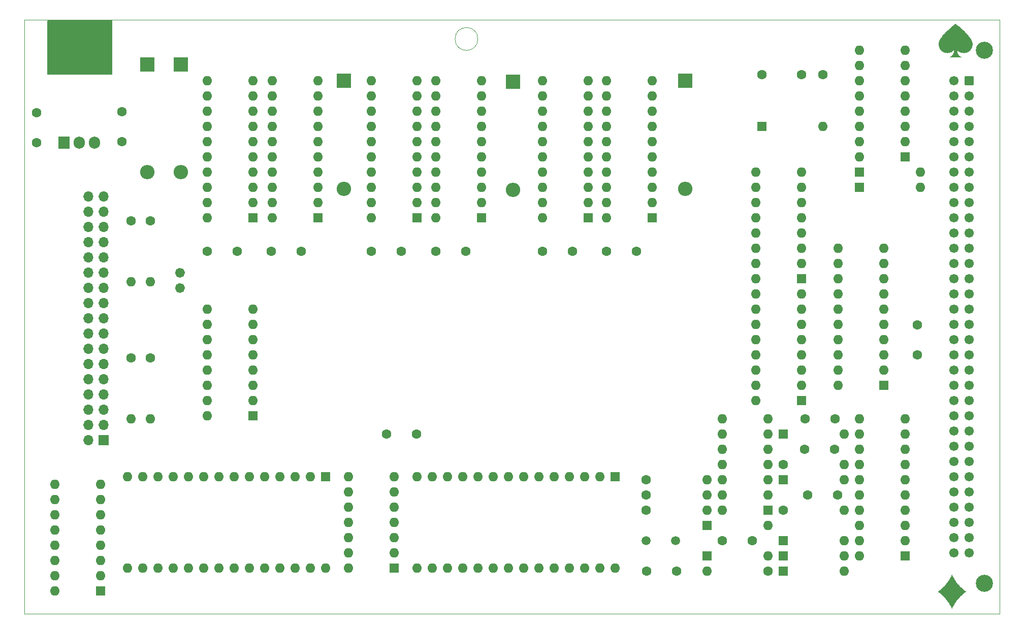
<source format=gbr>
%TF.GenerationSoftware,KiCad,Pcbnew,6.0.8-f2edbf62ab~116~ubuntu22.04.1*%
%TF.CreationDate,2022-10-02T00:14:38+02:00*%
%TF.ProjectId,ql_trump_v2_disk_interface,716c5f74-7275-46d7-905f-76325f646973,01*%
%TF.SameCoordinates,Original*%
%TF.FileFunction,Soldermask,Bot*%
%TF.FilePolarity,Negative*%
%FSLAX46Y46*%
G04 Gerber Fmt 4.6, Leading zero omitted, Abs format (unit mm)*
G04 Created by KiCad (PCBNEW 6.0.8-f2edbf62ab~116~ubuntu22.04.1) date 2022-10-02 00:14:38*
%MOMM*%
%LPD*%
G01*
G04 APERTURE LIST*
G04 Aperture macros list*
%AMRoundRect*
0 Rectangle with rounded corners*
0 $1 Rounding radius*
0 $2 $3 $4 $5 $6 $7 $8 $9 X,Y pos of 4 corners*
0 Add a 4 corners polygon primitive as box body*
4,1,4,$2,$3,$4,$5,$6,$7,$8,$9,$2,$3,0*
0 Add four circle primitives for the rounded corners*
1,1,$1+$1,$2,$3*
1,1,$1+$1,$4,$5*
1,1,$1+$1,$6,$7*
1,1,$1+$1,$8,$9*
0 Add four rect primitives between the rounded corners*
20,1,$1+$1,$2,$3,$4,$5,0*
20,1,$1+$1,$4,$5,$6,$7,0*
20,1,$1+$1,$6,$7,$8,$9,0*
20,1,$1+$1,$8,$9,$2,$3,0*%
G04 Aperture macros list end*
%ADD10C,0.812000*%
%ADD11C,0.010000*%
%TA.AperFunction,Profile*%
%ADD12C,0.050000*%
%TD*%
%ADD13O,3.500000X3.500000*%
%ADD14R,1.905000X2.000000*%
%ADD15O,1.905000X2.000000*%
%ADD16R,1.600000X1.600000*%
%ADD17O,1.600000X1.600000*%
%ADD18C,1.600000*%
%ADD19R,2.400000X2.400000*%
%ADD20O,2.400000X2.400000*%
%ADD21C,2.850000*%
%ADD22RoundRect,0.249999X-0.525001X0.525001X-0.525001X-0.525001X0.525001X-0.525001X0.525001X0.525001X0*%
%ADD23C,1.550000*%
%ADD24C,1.500000*%
%ADD25R,1.700000X1.700000*%
%ADD26O,1.700000X1.700000*%
G04 APERTURE END LIST*
D10*
X65176000Y-86487000D02*
G75*
G03*
X65176000Y-86487000I-406000J0D01*
G01*
D11*
G36*
X194235623Y-45148017D02*
G01*
X194459342Y-45332207D01*
X194689555Y-45526904D01*
X194808114Y-45629819D01*
X194929516Y-45737313D01*
X195053870Y-45849809D01*
X195180025Y-45966220D01*
X195306538Y-46085208D01*
X195431966Y-46205437D01*
X195554868Y-46325569D01*
X195673798Y-46444266D01*
X195787316Y-46560191D01*
X195893978Y-46672005D01*
X195992646Y-46778706D01*
X196083418Y-46880320D01*
X196166700Y-46977200D01*
X196242898Y-47069695D01*
X196312417Y-47158156D01*
X196375663Y-47242934D01*
X196433043Y-47324378D01*
X196484961Y-47402840D01*
X196508991Y-47441055D01*
X196531792Y-47478626D01*
X196553399Y-47515578D01*
X196573845Y-47551934D01*
X196593165Y-47587718D01*
X196611394Y-47622953D01*
X196628565Y-47657663D01*
X196644713Y-47691872D01*
X196659872Y-47725603D01*
X196674077Y-47758880D01*
X196699759Y-47824166D01*
X196722033Y-47887918D01*
X196741174Y-47950326D01*
X196757405Y-48011658D01*
X196764441Y-48042027D01*
X196770753Y-48072276D01*
X196776339Y-48102463D01*
X196781196Y-48132645D01*
X196785322Y-48162882D01*
X196788713Y-48193230D01*
X196791368Y-48223749D01*
X196793283Y-48254497D01*
X196794456Y-48285530D01*
X196794884Y-48316909D01*
X196794564Y-48348690D01*
X196793495Y-48380931D01*
X196791672Y-48413692D01*
X196789094Y-48447030D01*
X196781618Y-48515511D01*
X196770879Y-48586047D01*
X196764212Y-48621934D01*
X196756643Y-48658154D01*
X196748141Y-48694645D01*
X196738679Y-48731347D01*
X196728226Y-48768199D01*
X196716754Y-48805140D01*
X196704234Y-48842111D01*
X196690637Y-48879050D01*
X196675934Y-48915897D01*
X196660095Y-48952590D01*
X196643092Y-48989071D01*
X196624896Y-49025277D01*
X196605491Y-49061104D01*
X196584912Y-49096543D01*
X196563205Y-49131534D01*
X196540417Y-49166022D01*
X196516591Y-49199948D01*
X196491775Y-49233255D01*
X196466014Y-49265886D01*
X196439353Y-49297784D01*
X196411838Y-49328890D01*
X196383515Y-49359148D01*
X196354429Y-49388499D01*
X196324627Y-49416888D01*
X196294153Y-49444256D01*
X196263054Y-49470546D01*
X196231375Y-49495700D01*
X196199162Y-49519662D01*
X196166450Y-49542363D01*
X196133267Y-49563837D01*
X196099628Y-49584104D01*
X196065546Y-49603188D01*
X196031037Y-49621111D01*
X195996114Y-49637893D01*
X195960793Y-49653559D01*
X195925087Y-49668130D01*
X195889011Y-49681627D01*
X195852579Y-49694074D01*
X195815806Y-49705493D01*
X195778706Y-49715905D01*
X195741293Y-49725333D01*
X195703583Y-49733799D01*
X195665588Y-49741325D01*
X195627325Y-49747933D01*
X195588801Y-49753661D01*
X195550043Y-49758467D01*
X195511070Y-49762325D01*
X195471901Y-49765208D01*
X195432554Y-49767091D01*
X195393049Y-49767947D01*
X195353406Y-49767749D01*
X195313642Y-49766473D01*
X195273778Y-49764090D01*
X195233831Y-49760575D01*
X195193822Y-49755902D01*
X195153770Y-49750045D01*
X195113692Y-49742976D01*
X195073610Y-49734670D01*
X195033541Y-49725101D01*
X194993504Y-49714242D01*
X194953527Y-49702056D01*
X194913670Y-49688591D01*
X194874002Y-49673879D01*
X194834589Y-49657950D01*
X194795499Y-49640836D01*
X194756801Y-49622568D01*
X194718561Y-49603178D01*
X194680849Y-49582696D01*
X194643730Y-49561154D01*
X194607274Y-49538583D01*
X194571548Y-49515015D01*
X194536619Y-49490481D01*
X194502556Y-49465012D01*
X194469426Y-49438640D01*
X194437297Y-49411395D01*
X194406237Y-49383309D01*
X194383996Y-49362048D01*
X194362367Y-49340390D01*
X194341318Y-49318348D01*
X194320817Y-49295937D01*
X194300829Y-49273172D01*
X194281324Y-49250066D01*
X194262268Y-49226633D01*
X194243628Y-49202889D01*
X194247837Y-49288048D01*
X194252351Y-49368905D01*
X194257536Y-49446099D01*
X194263758Y-49520272D01*
X194268399Y-49566335D01*
X194273705Y-49612036D01*
X194279774Y-49657208D01*
X194286705Y-49701684D01*
X194294596Y-49745295D01*
X194303546Y-49787875D01*
X194313654Y-49829256D01*
X194325017Y-49869271D01*
X194331200Y-49888700D01*
X194337734Y-49907774D01*
X194344630Y-49926519D01*
X194351901Y-49944960D01*
X194359560Y-49963123D01*
X194367618Y-49981033D01*
X194376088Y-49998716D01*
X194384983Y-50016198D01*
X194394315Y-50033503D01*
X194404095Y-50050659D01*
X194414337Y-50067689D01*
X194425053Y-50084620D01*
X194436256Y-50101478D01*
X194447956Y-50118287D01*
X194460168Y-50135074D01*
X194472903Y-50151864D01*
X194486170Y-50168692D01*
X194499927Y-50185505D01*
X194514132Y-50202258D01*
X194528742Y-50218911D01*
X194543715Y-50235421D01*
X194559008Y-50251745D01*
X194574578Y-50267842D01*
X194590384Y-50283669D01*
X194606381Y-50299185D01*
X194622528Y-50314346D01*
X194638783Y-50329111D01*
X194655101Y-50343438D01*
X194671442Y-50357284D01*
X194687761Y-50370607D01*
X194704018Y-50383365D01*
X194720168Y-50395516D01*
X194736168Y-50407028D01*
X194751969Y-50417908D01*
X194767522Y-50428170D01*
X194782780Y-50437829D01*
X194797692Y-50446898D01*
X194812211Y-50455392D01*
X194826288Y-50463325D01*
X194839873Y-50470711D01*
X194865376Y-50483903D01*
X194888331Y-50495080D01*
X194908348Y-50504357D01*
X194925037Y-50511849D01*
X194937600Y-50517689D01*
X194941602Y-50520046D01*
X194943615Y-50522059D01*
X194943764Y-50522945D01*
X194943283Y-50523753D01*
X194940253Y-50525151D01*
X194934173Y-50526276D01*
X194924689Y-50527154D01*
X194894093Y-50528258D01*
X194845637Y-50528655D01*
X194683838Y-50528084D01*
X194015142Y-50525277D01*
X193346439Y-50528084D01*
X193253788Y-50528533D01*
X193216457Y-50528647D01*
X193184650Y-50528655D01*
X193158014Y-50528533D01*
X193136196Y-50528258D01*
X193118843Y-50527806D01*
X193111730Y-50527507D01*
X193105601Y-50527154D01*
X193100411Y-50526745D01*
X193096116Y-50526276D01*
X193092672Y-50525746D01*
X193090035Y-50525151D01*
X193088161Y-50524487D01*
X193087496Y-50524129D01*
X193087005Y-50523753D01*
X193086683Y-50523358D01*
X193086524Y-50522945D01*
X193086522Y-50522512D01*
X193086673Y-50522059D01*
X193086969Y-50521587D01*
X193087407Y-50521094D01*
X193088684Y-50520046D01*
X193090458Y-50518912D01*
X193092686Y-50517689D01*
X193098325Y-50514964D01*
X193105247Y-50511849D01*
X193141948Y-50495080D01*
X193164901Y-50483903D01*
X193190402Y-50470711D01*
X193218063Y-50455392D01*
X193247495Y-50437829D01*
X193262753Y-50428170D01*
X193278307Y-50417908D01*
X193294110Y-50407028D01*
X193310111Y-50395516D01*
X193326262Y-50383365D01*
X193342520Y-50370607D01*
X193358840Y-50357284D01*
X193375182Y-50343438D01*
X193391501Y-50329111D01*
X193407756Y-50314346D01*
X193439901Y-50283669D01*
X193471276Y-50251745D01*
X193486568Y-50235421D01*
X193501540Y-50218911D01*
X193516148Y-50202258D01*
X193530351Y-50185505D01*
X193544105Y-50168692D01*
X193557368Y-50151864D01*
X193570105Y-50135074D01*
X193582319Y-50118287D01*
X193594022Y-50101478D01*
X193605226Y-50084620D01*
X193615943Y-50067689D01*
X193626187Y-50050659D01*
X193635969Y-50033503D01*
X193645301Y-50016198D01*
X193654196Y-49998716D01*
X193662667Y-49981033D01*
X193670726Y-49963123D01*
X193678385Y-49944960D01*
X193685656Y-49926519D01*
X193692552Y-49907774D01*
X193699085Y-49888700D01*
X193705268Y-49869271D01*
X193716632Y-49829256D01*
X193726739Y-49787875D01*
X193735690Y-49745295D01*
X193743581Y-49701684D01*
X193750512Y-49657208D01*
X193756581Y-49612036D01*
X193761886Y-49566335D01*
X193766525Y-49520272D01*
X193772743Y-49446099D01*
X193777922Y-49368905D01*
X193782434Y-49288048D01*
X193786654Y-49202889D01*
X193768009Y-49226598D01*
X193748946Y-49250014D01*
X193729435Y-49273118D01*
X193709442Y-49295891D01*
X193688935Y-49318316D01*
X193667881Y-49340373D01*
X193646248Y-49362043D01*
X193624004Y-49383309D01*
X193592941Y-49411395D01*
X193560810Y-49438640D01*
X193527677Y-49465012D01*
X193493611Y-49490481D01*
X193458679Y-49515015D01*
X193422949Y-49538583D01*
X193386489Y-49561154D01*
X193349367Y-49582696D01*
X193311651Y-49603178D01*
X193273408Y-49622568D01*
X193234707Y-49640836D01*
X193195615Y-49657950D01*
X193156200Y-49673879D01*
X193116530Y-49688591D01*
X193076672Y-49702056D01*
X193036696Y-49714242D01*
X192986643Y-49727600D01*
X192936547Y-49738959D01*
X192886445Y-49748370D01*
X192836374Y-49755883D01*
X192786372Y-49761548D01*
X192736476Y-49765414D01*
X192686723Y-49767532D01*
X192637151Y-49767953D01*
X192607511Y-49767428D01*
X192577959Y-49766318D01*
X192548504Y-49764633D01*
X192519151Y-49762383D01*
X192489910Y-49759578D01*
X192460786Y-49756228D01*
X192431788Y-49752343D01*
X192402923Y-49747933D01*
X192364657Y-49741325D01*
X192326659Y-49733799D01*
X192288945Y-49725333D01*
X192251527Y-49715905D01*
X192214423Y-49705493D01*
X192177645Y-49694074D01*
X192141208Y-49681627D01*
X192105127Y-49668130D01*
X192069417Y-49653559D01*
X192034092Y-49637893D01*
X191999166Y-49621111D01*
X191964655Y-49603188D01*
X191930572Y-49584104D01*
X191896933Y-49563837D01*
X191863752Y-49542363D01*
X191831043Y-49519662D01*
X191798827Y-49495700D01*
X191767146Y-49470546D01*
X191736045Y-49444256D01*
X191705569Y-49416888D01*
X191675765Y-49388499D01*
X191646678Y-49359148D01*
X191618354Y-49328890D01*
X191590838Y-49297784D01*
X191564177Y-49265886D01*
X191538415Y-49233255D01*
X191513599Y-49199948D01*
X191489775Y-49166022D01*
X191466987Y-49131534D01*
X191445282Y-49096543D01*
X191424705Y-49061104D01*
X191405302Y-49025277D01*
X191387107Y-48989071D01*
X191370105Y-48952590D01*
X191354267Y-48915897D01*
X191339563Y-48879050D01*
X191325965Y-48842111D01*
X191313443Y-48805140D01*
X191301970Y-48768199D01*
X191291517Y-48731347D01*
X191282053Y-48694645D01*
X191273551Y-48658154D01*
X191265982Y-48621934D01*
X191259316Y-48586047D01*
X191248580Y-48515511D01*
X191241113Y-48447030D01*
X191238537Y-48413692D01*
X191236718Y-48380931D01*
X191235653Y-48348690D01*
X191235338Y-48316909D01*
X191235772Y-48285530D01*
X191236950Y-48254497D01*
X191238871Y-48223749D01*
X191241531Y-48193230D01*
X191244927Y-48162882D01*
X191249057Y-48132645D01*
X191253917Y-48102463D01*
X191259504Y-48072276D01*
X191265817Y-48042027D01*
X191272851Y-48011658D01*
X191289072Y-47950326D01*
X191308208Y-47887918D01*
X191330474Y-47824166D01*
X191356147Y-47758880D01*
X191385501Y-47691872D01*
X191418812Y-47622953D01*
X191456355Y-47551934D01*
X191498406Y-47478626D01*
X191545240Y-47402840D01*
X191597153Y-47324378D01*
X191654529Y-47242934D01*
X191717773Y-47158156D01*
X191787291Y-47069695D01*
X191863488Y-46977200D01*
X191946770Y-46880320D01*
X192037542Y-46778706D01*
X192136211Y-46672005D01*
X192242875Y-46560191D01*
X192356399Y-46444266D01*
X192475339Y-46325569D01*
X192598251Y-46205437D01*
X192723689Y-46085208D01*
X192850209Y-45966220D01*
X192976367Y-45849809D01*
X193100718Y-45737313D01*
X193222126Y-45629819D01*
X193340692Y-45526904D01*
X193456822Y-45427917D01*
X193570921Y-45332207D01*
X193794653Y-45148017D01*
X194015134Y-44969125D01*
X194015149Y-44969125D01*
X194235623Y-45148017D01*
G37*
X194235623Y-45148017D02*
X194459342Y-45332207D01*
X194689555Y-45526904D01*
X194808114Y-45629819D01*
X194929516Y-45737313D01*
X195053870Y-45849809D01*
X195180025Y-45966220D01*
X195306538Y-46085208D01*
X195431966Y-46205437D01*
X195554868Y-46325569D01*
X195673798Y-46444266D01*
X195787316Y-46560191D01*
X195893978Y-46672005D01*
X195992646Y-46778706D01*
X196083418Y-46880320D01*
X196166700Y-46977200D01*
X196242898Y-47069695D01*
X196312417Y-47158156D01*
X196375663Y-47242934D01*
X196433043Y-47324378D01*
X196484961Y-47402840D01*
X196508991Y-47441055D01*
X196531792Y-47478626D01*
X196553399Y-47515578D01*
X196573845Y-47551934D01*
X196593165Y-47587718D01*
X196611394Y-47622953D01*
X196628565Y-47657663D01*
X196644713Y-47691872D01*
X196659872Y-47725603D01*
X196674077Y-47758880D01*
X196699759Y-47824166D01*
X196722033Y-47887918D01*
X196741174Y-47950326D01*
X196757405Y-48011658D01*
X196764441Y-48042027D01*
X196770753Y-48072276D01*
X196776339Y-48102463D01*
X196781196Y-48132645D01*
X196785322Y-48162882D01*
X196788713Y-48193230D01*
X196791368Y-48223749D01*
X196793283Y-48254497D01*
X196794456Y-48285530D01*
X196794884Y-48316909D01*
X196794564Y-48348690D01*
X196793495Y-48380931D01*
X196791672Y-48413692D01*
X196789094Y-48447030D01*
X196781618Y-48515511D01*
X196770879Y-48586047D01*
X196764212Y-48621934D01*
X196756643Y-48658154D01*
X196748141Y-48694645D01*
X196738679Y-48731347D01*
X196728226Y-48768199D01*
X196716754Y-48805140D01*
X196704234Y-48842111D01*
X196690637Y-48879050D01*
X196675934Y-48915897D01*
X196660095Y-48952590D01*
X196643092Y-48989071D01*
X196624896Y-49025277D01*
X196605491Y-49061104D01*
X196584912Y-49096543D01*
X196563205Y-49131534D01*
X196540417Y-49166022D01*
X196516591Y-49199948D01*
X196491775Y-49233255D01*
X196466014Y-49265886D01*
X196439353Y-49297784D01*
X196411838Y-49328890D01*
X196383515Y-49359148D01*
X196354429Y-49388499D01*
X196324627Y-49416888D01*
X196294153Y-49444256D01*
X196263054Y-49470546D01*
X196231375Y-49495700D01*
X196199162Y-49519662D01*
X196166450Y-49542363D01*
X196133267Y-49563837D01*
X196099628Y-49584104D01*
X196065546Y-49603188D01*
X196031037Y-49621111D01*
X195996114Y-49637893D01*
X195960793Y-49653559D01*
X195925087Y-49668130D01*
X195889011Y-49681627D01*
X195852579Y-49694074D01*
X195815806Y-49705493D01*
X195778706Y-49715905D01*
X195741293Y-49725333D01*
X195703583Y-49733799D01*
X195665588Y-49741325D01*
X195627325Y-49747933D01*
X195588801Y-49753661D01*
X195550043Y-49758467D01*
X195511070Y-49762325D01*
X195471901Y-49765208D01*
X195432554Y-49767091D01*
X195393049Y-49767947D01*
X195353406Y-49767749D01*
X195313642Y-49766473D01*
X195273778Y-49764090D01*
X195233831Y-49760575D01*
X195193822Y-49755902D01*
X195153770Y-49750045D01*
X195113692Y-49742976D01*
X195073610Y-49734670D01*
X195033541Y-49725101D01*
X194993504Y-49714242D01*
X194953527Y-49702056D01*
X194913670Y-49688591D01*
X194874002Y-49673879D01*
X194834589Y-49657950D01*
X194795499Y-49640836D01*
X194756801Y-49622568D01*
X194718561Y-49603178D01*
X194680849Y-49582696D01*
X194643730Y-49561154D01*
X194607274Y-49538583D01*
X194571548Y-49515015D01*
X194536619Y-49490481D01*
X194502556Y-49465012D01*
X194469426Y-49438640D01*
X194437297Y-49411395D01*
X194406237Y-49383309D01*
X194383996Y-49362048D01*
X194362367Y-49340390D01*
X194341318Y-49318348D01*
X194320817Y-49295937D01*
X194300829Y-49273172D01*
X194281324Y-49250066D01*
X194262268Y-49226633D01*
X194243628Y-49202889D01*
X194247837Y-49288048D01*
X194252351Y-49368905D01*
X194257536Y-49446099D01*
X194263758Y-49520272D01*
X194268399Y-49566335D01*
X194273705Y-49612036D01*
X194279774Y-49657208D01*
X194286705Y-49701684D01*
X194294596Y-49745295D01*
X194303546Y-49787875D01*
X194313654Y-49829256D01*
X194325017Y-49869271D01*
X194331200Y-49888700D01*
X194337734Y-49907774D01*
X194344630Y-49926519D01*
X194351901Y-49944960D01*
X194359560Y-49963123D01*
X194367618Y-49981033D01*
X194376088Y-49998716D01*
X194384983Y-50016198D01*
X194394315Y-50033503D01*
X194404095Y-50050659D01*
X194414337Y-50067689D01*
X194425053Y-50084620D01*
X194436256Y-50101478D01*
X194447956Y-50118287D01*
X194460168Y-50135074D01*
X194472903Y-50151864D01*
X194486170Y-50168692D01*
X194499927Y-50185505D01*
X194514132Y-50202258D01*
X194528742Y-50218911D01*
X194543715Y-50235421D01*
X194559008Y-50251745D01*
X194574578Y-50267842D01*
X194590384Y-50283669D01*
X194606381Y-50299185D01*
X194622528Y-50314346D01*
X194638783Y-50329111D01*
X194655101Y-50343438D01*
X194671442Y-50357284D01*
X194687761Y-50370607D01*
X194704018Y-50383365D01*
X194720168Y-50395516D01*
X194736168Y-50407028D01*
X194751969Y-50417908D01*
X194767522Y-50428170D01*
X194782780Y-50437829D01*
X194797692Y-50446898D01*
X194812211Y-50455392D01*
X194826288Y-50463325D01*
X194839873Y-50470711D01*
X194865376Y-50483903D01*
X194888331Y-50495080D01*
X194908348Y-50504357D01*
X194925037Y-50511849D01*
X194937600Y-50517689D01*
X194941602Y-50520046D01*
X194943615Y-50522059D01*
X194943764Y-50522945D01*
X194943283Y-50523753D01*
X194940253Y-50525151D01*
X194934173Y-50526276D01*
X194924689Y-50527154D01*
X194894093Y-50528258D01*
X194845637Y-50528655D01*
X194683838Y-50528084D01*
X194015142Y-50525277D01*
X193346439Y-50528084D01*
X193253788Y-50528533D01*
X193216457Y-50528647D01*
X193184650Y-50528655D01*
X193158014Y-50528533D01*
X193136196Y-50528258D01*
X193118843Y-50527806D01*
X193111730Y-50527507D01*
X193105601Y-50527154D01*
X193100411Y-50526745D01*
X193096116Y-50526276D01*
X193092672Y-50525746D01*
X193090035Y-50525151D01*
X193088161Y-50524487D01*
X193087496Y-50524129D01*
X193087005Y-50523753D01*
X193086683Y-50523358D01*
X193086524Y-50522945D01*
X193086522Y-50522512D01*
X193086673Y-50522059D01*
X193086969Y-50521587D01*
X193087407Y-50521094D01*
X193088684Y-50520046D01*
X193090458Y-50518912D01*
X193092686Y-50517689D01*
X193098325Y-50514964D01*
X193105247Y-50511849D01*
X193141948Y-50495080D01*
X193164901Y-50483903D01*
X193190402Y-50470711D01*
X193218063Y-50455392D01*
X193247495Y-50437829D01*
X193262753Y-50428170D01*
X193278307Y-50417908D01*
X193294110Y-50407028D01*
X193310111Y-50395516D01*
X193326262Y-50383365D01*
X193342520Y-50370607D01*
X193358840Y-50357284D01*
X193375182Y-50343438D01*
X193391501Y-50329111D01*
X193407756Y-50314346D01*
X193439901Y-50283669D01*
X193471276Y-50251745D01*
X193486568Y-50235421D01*
X193501540Y-50218911D01*
X193516148Y-50202258D01*
X193530351Y-50185505D01*
X193544105Y-50168692D01*
X193557368Y-50151864D01*
X193570105Y-50135074D01*
X193582319Y-50118287D01*
X193594022Y-50101478D01*
X193605226Y-50084620D01*
X193615943Y-50067689D01*
X193626187Y-50050659D01*
X193635969Y-50033503D01*
X193645301Y-50016198D01*
X193654196Y-49998716D01*
X193662667Y-49981033D01*
X193670726Y-49963123D01*
X193678385Y-49944960D01*
X193685656Y-49926519D01*
X193692552Y-49907774D01*
X193699085Y-49888700D01*
X193705268Y-49869271D01*
X193716632Y-49829256D01*
X193726739Y-49787875D01*
X193735690Y-49745295D01*
X193743581Y-49701684D01*
X193750512Y-49657208D01*
X193756581Y-49612036D01*
X193761886Y-49566335D01*
X193766525Y-49520272D01*
X193772743Y-49446099D01*
X193777922Y-49368905D01*
X193782434Y-49288048D01*
X193786654Y-49202889D01*
X193768009Y-49226598D01*
X193748946Y-49250014D01*
X193729435Y-49273118D01*
X193709442Y-49295891D01*
X193688935Y-49318316D01*
X193667881Y-49340373D01*
X193646248Y-49362043D01*
X193624004Y-49383309D01*
X193592941Y-49411395D01*
X193560810Y-49438640D01*
X193527677Y-49465012D01*
X193493611Y-49490481D01*
X193458679Y-49515015D01*
X193422949Y-49538583D01*
X193386489Y-49561154D01*
X193349367Y-49582696D01*
X193311651Y-49603178D01*
X193273408Y-49622568D01*
X193234707Y-49640836D01*
X193195615Y-49657950D01*
X193156200Y-49673879D01*
X193116530Y-49688591D01*
X193076672Y-49702056D01*
X193036696Y-49714242D01*
X192986643Y-49727600D01*
X192936547Y-49738959D01*
X192886445Y-49748370D01*
X192836374Y-49755883D01*
X192786372Y-49761548D01*
X192736476Y-49765414D01*
X192686723Y-49767532D01*
X192637151Y-49767953D01*
X192607511Y-49767428D01*
X192577959Y-49766318D01*
X192548504Y-49764633D01*
X192519151Y-49762383D01*
X192489910Y-49759578D01*
X192460786Y-49756228D01*
X192431788Y-49752343D01*
X192402923Y-49747933D01*
X192364657Y-49741325D01*
X192326659Y-49733799D01*
X192288945Y-49725333D01*
X192251527Y-49715905D01*
X192214423Y-49705493D01*
X192177645Y-49694074D01*
X192141208Y-49681627D01*
X192105127Y-49668130D01*
X192069417Y-49653559D01*
X192034092Y-49637893D01*
X191999166Y-49621111D01*
X191964655Y-49603188D01*
X191930572Y-49584104D01*
X191896933Y-49563837D01*
X191863752Y-49542363D01*
X191831043Y-49519662D01*
X191798827Y-49495700D01*
X191767146Y-49470546D01*
X191736045Y-49444256D01*
X191705569Y-49416888D01*
X191675765Y-49388499D01*
X191646678Y-49359148D01*
X191618354Y-49328890D01*
X191590838Y-49297784D01*
X191564177Y-49265886D01*
X191538415Y-49233255D01*
X191513599Y-49199948D01*
X191489775Y-49166022D01*
X191466987Y-49131534D01*
X191445282Y-49096543D01*
X191424705Y-49061104D01*
X191405302Y-49025277D01*
X191387107Y-48989071D01*
X191370105Y-48952590D01*
X191354267Y-48915897D01*
X191339563Y-48879050D01*
X191325965Y-48842111D01*
X191313443Y-48805140D01*
X191301970Y-48768199D01*
X191291517Y-48731347D01*
X191282053Y-48694645D01*
X191273551Y-48658154D01*
X191265982Y-48621934D01*
X191259316Y-48586047D01*
X191248580Y-48515511D01*
X191241113Y-48447030D01*
X191238537Y-48413692D01*
X191236718Y-48380931D01*
X191235653Y-48348690D01*
X191235338Y-48316909D01*
X191235772Y-48285530D01*
X191236950Y-48254497D01*
X191238871Y-48223749D01*
X191241531Y-48193230D01*
X191244927Y-48162882D01*
X191249057Y-48132645D01*
X191253917Y-48102463D01*
X191259504Y-48072276D01*
X191265817Y-48042027D01*
X191272851Y-48011658D01*
X191289072Y-47950326D01*
X191308208Y-47887918D01*
X191330474Y-47824166D01*
X191356147Y-47758880D01*
X191385501Y-47691872D01*
X191418812Y-47622953D01*
X191456355Y-47551934D01*
X191498406Y-47478626D01*
X191545240Y-47402840D01*
X191597153Y-47324378D01*
X191654529Y-47242934D01*
X191717773Y-47158156D01*
X191787291Y-47069695D01*
X191863488Y-46977200D01*
X191946770Y-46880320D01*
X192037542Y-46778706D01*
X192136211Y-46672005D01*
X192242875Y-46560191D01*
X192356399Y-46444266D01*
X192475339Y-46325569D01*
X192598251Y-46205437D01*
X192723689Y-46085208D01*
X192850209Y-45966220D01*
X192976367Y-45849809D01*
X193100718Y-45737313D01*
X193222126Y-45629819D01*
X193340692Y-45526904D01*
X193456822Y-45427917D01*
X193570921Y-45332207D01*
X193794653Y-45148017D01*
X194015134Y-44969125D01*
X194015149Y-44969125D01*
X194235623Y-45148017D01*
G36*
X193419488Y-136886341D02*
G01*
X193419691Y-136886585D01*
X193419894Y-136886838D01*
X193420096Y-136887098D01*
X193420502Y-136887634D01*
X193420908Y-136888182D01*
X193423235Y-136895511D01*
X193426414Y-136903902D01*
X193430498Y-136913557D01*
X193435540Y-136924681D01*
X193448711Y-136952143D01*
X193466355Y-136987913D01*
X193518098Y-137091297D01*
X193589783Y-137229689D01*
X193632854Y-137309863D01*
X193680609Y-137396210D01*
X193732949Y-137487869D01*
X193789774Y-137583982D01*
X193851011Y-137683727D01*
X193916683Y-137786667D01*
X193986831Y-137892378D01*
X194061495Y-138000441D01*
X194140718Y-138110431D01*
X194224539Y-138221928D01*
X194312999Y-138334509D01*
X194406141Y-138447752D01*
X194503744Y-138561094D01*
X194604575Y-138673429D01*
X194707152Y-138783522D01*
X194809995Y-138890135D01*
X194911623Y-138992033D01*
X195010554Y-139087980D01*
X195105308Y-139176741D01*
X195194403Y-139257078D01*
X195236386Y-139293717D01*
X195276576Y-139328016D01*
X195314973Y-139360056D01*
X195351577Y-139389915D01*
X195386391Y-139417672D01*
X195419414Y-139443406D01*
X195480093Y-139489119D01*
X195533619Y-139527684D01*
X195580000Y-139559734D01*
X195619242Y-139585899D01*
X195651351Y-139606810D01*
X195672099Y-139620109D01*
X195681132Y-139625759D01*
X195689463Y-139630812D01*
X195697237Y-139635321D01*
X195704598Y-139639339D01*
X195711690Y-139642920D01*
X195715180Y-139644563D01*
X195718657Y-139646116D01*
X195711691Y-139649277D01*
X195704599Y-139652841D01*
X195697239Y-139656858D01*
X195689465Y-139661375D01*
X195681133Y-139666441D01*
X195672100Y-139672106D01*
X195651351Y-139685423D01*
X195580001Y-139732483D01*
X195533620Y-139764522D01*
X195480093Y-139803083D01*
X195419415Y-139848803D01*
X195351578Y-139902317D01*
X195276576Y-139964263D01*
X195194403Y-140035276D01*
X195105308Y-140115609D01*
X195010554Y-140204355D01*
X194911623Y-140300283D01*
X194809995Y-140402159D01*
X194707152Y-140508749D01*
X194604575Y-140618822D01*
X194503744Y-140731143D01*
X194406141Y-140844480D01*
X194312999Y-140957759D01*
X194224538Y-141070356D01*
X194140717Y-141181855D01*
X194061495Y-141291838D01*
X193986830Y-141399886D01*
X193916683Y-141505583D01*
X193851011Y-141608510D01*
X193789774Y-141708250D01*
X193732949Y-141804363D01*
X193680609Y-141896023D01*
X193632854Y-141982370D01*
X193589783Y-142062544D01*
X193551498Y-142135686D01*
X193518098Y-142200935D01*
X193466355Y-142304319D01*
X193448713Y-142340038D01*
X193441594Y-142354704D01*
X193435540Y-142367506D01*
X193430497Y-142378643D01*
X193426412Y-142388313D01*
X193424713Y-142392661D01*
X193423234Y-142396716D01*
X193421967Y-142400505D01*
X193420908Y-142404051D01*
X193419285Y-142406126D01*
X193417662Y-142404051D01*
X193415326Y-142396716D01*
X193412143Y-142388313D01*
X193408060Y-142378643D01*
X193403019Y-142367506D01*
X193389846Y-142340038D01*
X193372180Y-142304319D01*
X193320436Y-142200935D01*
X193248751Y-142062544D01*
X193205681Y-141982370D01*
X193157926Y-141896023D01*
X193105586Y-141804363D01*
X193048762Y-141708250D01*
X192987526Y-141608510D01*
X192921858Y-141505583D01*
X192851715Y-141399886D01*
X192777057Y-141291838D01*
X192697840Y-141181855D01*
X192614024Y-141070356D01*
X192525567Y-140957759D01*
X192432427Y-140844480D01*
X192334813Y-140731143D01*
X192233975Y-140618822D01*
X192131393Y-140508749D01*
X192028549Y-140402159D01*
X191926923Y-140300283D01*
X191827996Y-140204355D01*
X191733250Y-140115609D01*
X191644165Y-140035276D01*
X191602176Y-139998596D01*
X191561982Y-139964263D01*
X191523583Y-139932196D01*
X191486976Y-139902317D01*
X191452161Y-139874546D01*
X191419138Y-139848803D01*
X191358459Y-139803083D01*
X191304933Y-139764522D01*
X191258550Y-139732483D01*
X191219303Y-139706329D01*
X191187184Y-139685423D01*
X191166439Y-139672106D01*
X191157409Y-139666441D01*
X191149080Y-139661375D01*
X191141308Y-139656858D01*
X191133948Y-139652841D01*
X191130376Y-139651006D01*
X191126853Y-139649277D01*
X191123359Y-139647649D01*
X191119878Y-139646116D01*
X191126854Y-139642920D01*
X191133950Y-139639339D01*
X191141311Y-139635321D01*
X191149083Y-139630812D01*
X191157411Y-139625759D01*
X191166440Y-139620109D01*
X191187184Y-139606810D01*
X191258550Y-139559734D01*
X191304933Y-139527684D01*
X191358460Y-139489119D01*
X191419138Y-139443406D01*
X191486977Y-139389915D01*
X191561983Y-139328016D01*
X191644165Y-139257078D01*
X191733250Y-139176741D01*
X191827996Y-139087980D01*
X191926923Y-138992033D01*
X192028549Y-138890135D01*
X192131393Y-138783522D01*
X192233975Y-138673429D01*
X192334813Y-138561094D01*
X192432427Y-138447752D01*
X192525567Y-138334509D01*
X192614024Y-138221928D01*
X192697840Y-138110431D01*
X192777056Y-138000441D01*
X192851715Y-137892378D01*
X192921858Y-137786667D01*
X192987526Y-137683727D01*
X193048762Y-137583982D01*
X193105586Y-137487869D01*
X193157926Y-137396210D01*
X193205681Y-137309863D01*
X193248751Y-137229689D01*
X193287036Y-137156547D01*
X193320436Y-137091297D01*
X193372180Y-136987913D01*
X193389850Y-136952143D01*
X193396972Y-136937475D01*
X193403026Y-136924681D01*
X193408066Y-136913557D01*
X193412149Y-136903902D01*
X193413849Y-136899561D01*
X193415329Y-136895511D01*
X193416598Y-136891726D01*
X193417662Y-136888182D01*
X193418068Y-136887634D01*
X193418473Y-136887098D01*
X193418676Y-136886838D01*
X193418879Y-136886585D01*
X193419082Y-136886341D01*
X193419285Y-136886106D01*
X193419488Y-136886341D01*
G37*
X193419488Y-136886341D02*
X193419691Y-136886585D01*
X193419894Y-136886838D01*
X193420096Y-136887098D01*
X193420502Y-136887634D01*
X193420908Y-136888182D01*
X193423235Y-136895511D01*
X193426414Y-136903902D01*
X193430498Y-136913557D01*
X193435540Y-136924681D01*
X193448711Y-136952143D01*
X193466355Y-136987913D01*
X193518098Y-137091297D01*
X193589783Y-137229689D01*
X193632854Y-137309863D01*
X193680609Y-137396210D01*
X193732949Y-137487869D01*
X193789774Y-137583982D01*
X193851011Y-137683727D01*
X193916683Y-137786667D01*
X193986831Y-137892378D01*
X194061495Y-138000441D01*
X194140718Y-138110431D01*
X194224539Y-138221928D01*
X194312999Y-138334509D01*
X194406141Y-138447752D01*
X194503744Y-138561094D01*
X194604575Y-138673429D01*
X194707152Y-138783522D01*
X194809995Y-138890135D01*
X194911623Y-138992033D01*
X195010554Y-139087980D01*
X195105308Y-139176741D01*
X195194403Y-139257078D01*
X195236386Y-139293717D01*
X195276576Y-139328016D01*
X195314973Y-139360056D01*
X195351577Y-139389915D01*
X195386391Y-139417672D01*
X195419414Y-139443406D01*
X195480093Y-139489119D01*
X195533619Y-139527684D01*
X195580000Y-139559734D01*
X195619242Y-139585899D01*
X195651351Y-139606810D01*
X195672099Y-139620109D01*
X195681132Y-139625759D01*
X195689463Y-139630812D01*
X195697237Y-139635321D01*
X195704598Y-139639339D01*
X195711690Y-139642920D01*
X195715180Y-139644563D01*
X195718657Y-139646116D01*
X195711691Y-139649277D01*
X195704599Y-139652841D01*
X195697239Y-139656858D01*
X195689465Y-139661375D01*
X195681133Y-139666441D01*
X195672100Y-139672106D01*
X195651351Y-139685423D01*
X195580001Y-139732483D01*
X195533620Y-139764522D01*
X195480093Y-139803083D01*
X195419415Y-139848803D01*
X195351578Y-139902317D01*
X195276576Y-139964263D01*
X195194403Y-140035276D01*
X195105308Y-140115609D01*
X195010554Y-140204355D01*
X194911623Y-140300283D01*
X194809995Y-140402159D01*
X194707152Y-140508749D01*
X194604575Y-140618822D01*
X194503744Y-140731143D01*
X194406141Y-140844480D01*
X194312999Y-140957759D01*
X194224538Y-141070356D01*
X194140717Y-141181855D01*
X194061495Y-141291838D01*
X193986830Y-141399886D01*
X193916683Y-141505583D01*
X193851011Y-141608510D01*
X193789774Y-141708250D01*
X193732949Y-141804363D01*
X193680609Y-141896023D01*
X193632854Y-141982370D01*
X193589783Y-142062544D01*
X193551498Y-142135686D01*
X193518098Y-142200935D01*
X193466355Y-142304319D01*
X193448713Y-142340038D01*
X193441594Y-142354704D01*
X193435540Y-142367506D01*
X193430497Y-142378643D01*
X193426412Y-142388313D01*
X193424713Y-142392661D01*
X193423234Y-142396716D01*
X193421967Y-142400505D01*
X193420908Y-142404051D01*
X193419285Y-142406126D01*
X193417662Y-142404051D01*
X193415326Y-142396716D01*
X193412143Y-142388313D01*
X193408060Y-142378643D01*
X193403019Y-142367506D01*
X193389846Y-142340038D01*
X193372180Y-142304319D01*
X193320436Y-142200935D01*
X193248751Y-142062544D01*
X193205681Y-141982370D01*
X193157926Y-141896023D01*
X193105586Y-141804363D01*
X193048762Y-141708250D01*
X192987526Y-141608510D01*
X192921858Y-141505583D01*
X192851715Y-141399886D01*
X192777057Y-141291838D01*
X192697840Y-141181855D01*
X192614024Y-141070356D01*
X192525567Y-140957759D01*
X192432427Y-140844480D01*
X192334813Y-140731143D01*
X192233975Y-140618822D01*
X192131393Y-140508749D01*
X192028549Y-140402159D01*
X191926923Y-140300283D01*
X191827996Y-140204355D01*
X191733250Y-140115609D01*
X191644165Y-140035276D01*
X191602176Y-139998596D01*
X191561982Y-139964263D01*
X191523583Y-139932196D01*
X191486976Y-139902317D01*
X191452161Y-139874546D01*
X191419138Y-139848803D01*
X191358459Y-139803083D01*
X191304933Y-139764522D01*
X191258550Y-139732483D01*
X191219303Y-139706329D01*
X191187184Y-139685423D01*
X191166439Y-139672106D01*
X191157409Y-139666441D01*
X191149080Y-139661375D01*
X191141308Y-139656858D01*
X191133948Y-139652841D01*
X191130376Y-139651006D01*
X191126853Y-139649277D01*
X191123359Y-139647649D01*
X191119878Y-139646116D01*
X191126854Y-139642920D01*
X191133950Y-139639339D01*
X191141311Y-139635321D01*
X191149083Y-139630812D01*
X191157411Y-139625759D01*
X191166440Y-139620109D01*
X191187184Y-139606810D01*
X191258550Y-139559734D01*
X191304933Y-139527684D01*
X191358460Y-139489119D01*
X191419138Y-139443406D01*
X191486977Y-139389915D01*
X191561983Y-139328016D01*
X191644165Y-139257078D01*
X191733250Y-139176741D01*
X191827996Y-139087980D01*
X191926923Y-138992033D01*
X192028549Y-138890135D01*
X192131393Y-138783522D01*
X192233975Y-138673429D01*
X192334813Y-138561094D01*
X192432427Y-138447752D01*
X192525567Y-138334509D01*
X192614024Y-138221928D01*
X192697840Y-138110431D01*
X192777056Y-138000441D01*
X192851715Y-137892378D01*
X192921858Y-137786667D01*
X192987526Y-137683727D01*
X193048762Y-137583982D01*
X193105586Y-137487869D01*
X193157926Y-137396210D01*
X193205681Y-137309863D01*
X193248751Y-137229689D01*
X193287036Y-137156547D01*
X193320436Y-137091297D01*
X193372180Y-136987913D01*
X193389850Y-136952143D01*
X193396972Y-136937475D01*
X193403026Y-136924681D01*
X193408066Y-136913557D01*
X193412149Y-136903902D01*
X193413849Y-136899561D01*
X193415329Y-136895511D01*
X193416598Y-136891726D01*
X193417662Y-136888182D01*
X193418068Y-136887634D01*
X193418473Y-136887098D01*
X193418676Y-136886838D01*
X193418879Y-136886585D01*
X193419082Y-136886341D01*
X193419285Y-136886106D01*
X193419488Y-136886341D01*
D10*
X65176000Y-89027000D02*
G75*
G03*
X65176000Y-89027000I-406000J0D01*
G01*
D12*
X201422000Y-44323000D02*
X38862000Y-44323000D01*
X201422000Y-143383000D02*
X201422000Y-44323000D01*
X38862000Y-44323000D02*
X38862000Y-143344900D01*
X114427000Y-47498000D02*
G75*
G03*
X114427000Y-47498000I-1905000J0D01*
G01*
X38862000Y-143344900D02*
X201422000Y-143383000D01*
D13*
%TO.C,U18*%
X48006000Y-48133000D03*
D14*
X45466000Y-64793000D03*
D15*
X48006000Y-64793000D03*
X50546000Y-64793000D03*
%TD*%
D16*
%TO.C,U6*%
X168402000Y-87503000D03*
D17*
X168402000Y-84963000D03*
X168402000Y-82423000D03*
X168402000Y-79883000D03*
X168402000Y-77343000D03*
X168402000Y-74803000D03*
X168402000Y-72263000D03*
X168402000Y-69723000D03*
X160782000Y-69723000D03*
X160782000Y-72263000D03*
X160782000Y-74803000D03*
X160782000Y-77343000D03*
X160782000Y-79883000D03*
X160782000Y-82423000D03*
X160782000Y-84963000D03*
X160782000Y-87503000D03*
%TD*%
D18*
%TO.C,C3*%
X173910000Y-115951000D03*
X168910000Y-115951000D03*
%TD*%
%TO.C,C15*%
X40894000Y-59793000D03*
X40894000Y-64793000D03*
%TD*%
D19*
%TO.C,C25*%
X148982500Y-54483000D03*
D20*
X148982500Y-72483000D03*
%TD*%
D16*
%TO.C,U10*%
X104257000Y-77338000D03*
D17*
X104257000Y-74798000D03*
X104257000Y-72258000D03*
X104257000Y-69718000D03*
X104257000Y-67178000D03*
X104257000Y-64638000D03*
X104257000Y-62098000D03*
X104257000Y-59558000D03*
X104257000Y-57018000D03*
X104257000Y-54478000D03*
X96637000Y-54478000D03*
X96637000Y-57018000D03*
X96637000Y-59558000D03*
X96637000Y-62098000D03*
X96637000Y-64638000D03*
X96637000Y-67178000D03*
X96637000Y-69718000D03*
X96637000Y-72258000D03*
X96637000Y-74798000D03*
X96637000Y-77338000D03*
%TD*%
D18*
%TO.C,R4*%
X142494000Y-121031000D03*
D17*
X152654000Y-121031000D03*
%TD*%
D16*
%TO.C,U2*%
X182118000Y-105283000D03*
D17*
X182118000Y-102743000D03*
X182118000Y-100203000D03*
X182118000Y-97663000D03*
X182118000Y-95123000D03*
X182118000Y-92583000D03*
X182118000Y-90043000D03*
X182118000Y-87503000D03*
X182118000Y-84963000D03*
X182118000Y-82423000D03*
X174498000Y-82423000D03*
X174498000Y-84963000D03*
X174498000Y-87503000D03*
X174498000Y-90043000D03*
X174498000Y-92583000D03*
X174498000Y-95123000D03*
X174498000Y-97663000D03*
X174498000Y-100203000D03*
X174498000Y-102743000D03*
X174498000Y-105283000D03*
%TD*%
D16*
%TO.C,U7*%
X143510000Y-77343000D03*
D17*
X143510000Y-74803000D03*
X143510000Y-72263000D03*
X143510000Y-69723000D03*
X143510000Y-67183000D03*
X143510000Y-64643000D03*
X143510000Y-62103000D03*
X143510000Y-59563000D03*
X143510000Y-57023000D03*
X143510000Y-54483000D03*
X135890000Y-54483000D03*
X135890000Y-57023000D03*
X135890000Y-59563000D03*
X135890000Y-62103000D03*
X135890000Y-64643000D03*
X135890000Y-67183000D03*
X135890000Y-69723000D03*
X135890000Y-72263000D03*
X135890000Y-74803000D03*
X135890000Y-77343000D03*
%TD*%
D16*
%TO.C,U14*%
X137287000Y-120523000D03*
D17*
X134747000Y-120523000D03*
X132207000Y-120523000D03*
X129667000Y-120523000D03*
X127127000Y-120523000D03*
X124587000Y-120523000D03*
X122047000Y-120523000D03*
X119507000Y-120523000D03*
X116967000Y-120523000D03*
X114427000Y-120523000D03*
X111887000Y-120523000D03*
X109347000Y-120523000D03*
X106807000Y-120523000D03*
X104267000Y-120523000D03*
X104267000Y-135763000D03*
X106807000Y-135763000D03*
X109347000Y-135763000D03*
X111887000Y-135763000D03*
X114427000Y-135763000D03*
X116967000Y-135763000D03*
X119507000Y-135763000D03*
X122047000Y-135763000D03*
X124587000Y-135763000D03*
X127127000Y-135763000D03*
X129667000Y-135763000D03*
X132207000Y-135763000D03*
X134747000Y-135763000D03*
X137287000Y-135763000D03*
%TD*%
D16*
%TO.C,D8*%
X165354000Y-136271000D03*
D17*
X175514000Y-136271000D03*
%TD*%
D21*
%TO.C,J1*%
X198882000Y-138303000D03*
X198882000Y-49403000D03*
D22*
X196342000Y-54483000D03*
D23*
X196342000Y-57023000D03*
X196342000Y-59563000D03*
X196342000Y-62103000D03*
X196342000Y-64643000D03*
X196342000Y-67183000D03*
X196342000Y-69723000D03*
X196342000Y-72263000D03*
X196342000Y-74803000D03*
X196342000Y-77343000D03*
X196342000Y-79883000D03*
X196342000Y-82423000D03*
X196342000Y-84963000D03*
X196342000Y-87503000D03*
X196342000Y-90043000D03*
X196342000Y-92583000D03*
X196342000Y-95123000D03*
X196342000Y-97663000D03*
X196342000Y-100203000D03*
X196342000Y-102743000D03*
X196342000Y-105283000D03*
X196342000Y-107823000D03*
X196342000Y-110363000D03*
X196342000Y-112903000D03*
X196342000Y-115443000D03*
X196342000Y-117983000D03*
X196342000Y-120523000D03*
X196342000Y-123063000D03*
X196342000Y-125603000D03*
X196342000Y-128143000D03*
X196342000Y-130683000D03*
X196342000Y-133223000D03*
X193802000Y-54483000D03*
X193802000Y-57023000D03*
X193802000Y-59563000D03*
X193802000Y-62103000D03*
X193802000Y-64643000D03*
X193802000Y-67183000D03*
X193802000Y-69723000D03*
X193802000Y-72263000D03*
X193802000Y-74803000D03*
X193802000Y-77343000D03*
X193802000Y-79883000D03*
X193802000Y-82423000D03*
X193802000Y-84963000D03*
X193802000Y-87503000D03*
X193802000Y-90043000D03*
X193802000Y-92583000D03*
X193802000Y-95123000D03*
X193802000Y-97663000D03*
X193802000Y-100203000D03*
X193802000Y-102743000D03*
X193802000Y-105283000D03*
X193802000Y-107823000D03*
X193802000Y-110363000D03*
X193802000Y-112903000D03*
X193802000Y-115443000D03*
X193802000Y-117983000D03*
X193802000Y-120523000D03*
X193802000Y-123063000D03*
X193802000Y-125603000D03*
X193802000Y-128143000D03*
X193802000Y-130683000D03*
X193802000Y-133223000D03*
%TD*%
D24*
%TO.C,Y1*%
X142494000Y-131191000D03*
X147394000Y-131191000D03*
%TD*%
D16*
%TO.C,D10*%
X152654000Y-133731000D03*
D17*
X162814000Y-133731000D03*
%TD*%
D25*
%TO.C,J2*%
X52070000Y-114427000D03*
D26*
X49530000Y-114427000D03*
X52070000Y-111887000D03*
X49530000Y-111887000D03*
X52070000Y-109347000D03*
X49530000Y-109347000D03*
X52070000Y-106807000D03*
X49530000Y-106807000D03*
X52070000Y-104267000D03*
X49530000Y-104267000D03*
X52070000Y-101727000D03*
X49530000Y-101727000D03*
X52070000Y-99187000D03*
X49530000Y-99187000D03*
X52070000Y-96647000D03*
X49530000Y-96647000D03*
X52070000Y-94107000D03*
X49530000Y-94107000D03*
X52070000Y-91567000D03*
X49530000Y-91567000D03*
X52070000Y-89027000D03*
X49530000Y-89027000D03*
X52070000Y-86487000D03*
X49530000Y-86487000D03*
X52070000Y-83947000D03*
X49530000Y-83947000D03*
X52070000Y-81407000D03*
X49530000Y-81407000D03*
X52070000Y-78867000D03*
X49530000Y-78867000D03*
X52070000Y-76327000D03*
X49530000Y-76327000D03*
X52070000Y-73787000D03*
X49530000Y-73787000D03*
%TD*%
D18*
%TO.C,J3*%
X168402000Y-53467000D03*
%TD*%
%TO.C,R3*%
X162814000Y-136271000D03*
D17*
X152654000Y-136271000D03*
%TD*%
D18*
%TO.C,C13*%
X55118000Y-59643000D03*
X55118000Y-64643000D03*
%TD*%
%TO.C,C20*%
X101647000Y-82931000D03*
X96647000Y-82931000D03*
%TD*%
D16*
%TO.C,U13*%
X89027000Y-120523000D03*
D17*
X86487000Y-120523000D03*
X83947000Y-120523000D03*
X81407000Y-120523000D03*
X78867000Y-120523000D03*
X76327000Y-120523000D03*
X73787000Y-120523000D03*
X71247000Y-120523000D03*
X68707000Y-120523000D03*
X66167000Y-120523000D03*
X63627000Y-120523000D03*
X61087000Y-120523000D03*
X58547000Y-120523000D03*
X56007000Y-120523000D03*
X56007000Y-135763000D03*
X58547000Y-135763000D03*
X61087000Y-135763000D03*
X63627000Y-135763000D03*
X66167000Y-135763000D03*
X68707000Y-135763000D03*
X71247000Y-135763000D03*
X73787000Y-135763000D03*
X76327000Y-135763000D03*
X78867000Y-135763000D03*
X81407000Y-135763000D03*
X83947000Y-135763000D03*
X86487000Y-135763000D03*
X89027000Y-135763000D03*
%TD*%
D18*
%TO.C,C17*%
X140890000Y-82931000D03*
X135890000Y-82931000D03*
%TD*%
%TO.C,C12*%
X99227000Y-113411000D03*
X104227000Y-113411000D03*
%TD*%
%TO.C,J5*%
X161798000Y-53467000D03*
%TD*%
D16*
%TO.C,D2*%
X178054000Y-69723000D03*
D17*
X188214000Y-69723000D03*
%TD*%
D18*
%TO.C,R6*%
X142494000Y-126111000D03*
D17*
X152654000Y-126111000D03*
%TD*%
D19*
%TO.C,C16*%
X64885500Y-51723000D03*
D20*
X64885500Y-69723000D03*
%TD*%
D18*
%TO.C,J4*%
X171958000Y-53467000D03*
%TD*%
D16*
%TO.C,U1*%
X185674000Y-133731000D03*
D17*
X185674000Y-131191000D03*
X185674000Y-128651000D03*
X185674000Y-126111000D03*
X185674000Y-123571000D03*
X185674000Y-121031000D03*
X185674000Y-118491000D03*
X185674000Y-115951000D03*
X185674000Y-113411000D03*
X185674000Y-110871000D03*
X178054000Y-110871000D03*
X178054000Y-113411000D03*
X178054000Y-115951000D03*
X178054000Y-118491000D03*
X178054000Y-121031000D03*
X178054000Y-123571000D03*
X178054000Y-126111000D03*
X178054000Y-128651000D03*
X178054000Y-131191000D03*
X178054000Y-133731000D03*
%TD*%
D16*
%TO.C,U8*%
X132842000Y-77338000D03*
D17*
X132842000Y-74798000D03*
X132842000Y-72258000D03*
X132842000Y-69718000D03*
X132842000Y-67178000D03*
X132842000Y-64638000D03*
X132842000Y-62098000D03*
X132842000Y-59558000D03*
X132842000Y-57018000D03*
X132842000Y-54478000D03*
X125222000Y-54478000D03*
X125222000Y-57018000D03*
X125222000Y-59558000D03*
X125222000Y-62098000D03*
X125222000Y-64638000D03*
X125222000Y-67178000D03*
X125222000Y-69718000D03*
X125222000Y-72258000D03*
X125222000Y-74798000D03*
X125222000Y-77338000D03*
%TD*%
D16*
%TO.C,D1*%
X161798000Y-62103000D03*
D17*
X171958000Y-62103000D03*
%TD*%
D18*
%TO.C,C21*%
X80010000Y-82931000D03*
X85010000Y-82931000D03*
%TD*%
D16*
%TO.C,D7*%
X165354000Y-133731000D03*
D17*
X175514000Y-133731000D03*
%TD*%
D19*
%TO.C,C23*%
X92086500Y-54483000D03*
D20*
X92086500Y-72483000D03*
%TD*%
D16*
%TO.C,U16*%
X76962000Y-110363000D03*
D17*
X76962000Y-107823000D03*
X76962000Y-105283000D03*
X76962000Y-102743000D03*
X76962000Y-100203000D03*
X76962000Y-97663000D03*
X76962000Y-95123000D03*
X76962000Y-92583000D03*
X69342000Y-92583000D03*
X69342000Y-95123000D03*
X69342000Y-97663000D03*
X69342000Y-100203000D03*
X69342000Y-102743000D03*
X69342000Y-105283000D03*
X69342000Y-107823000D03*
X69342000Y-110363000D03*
%TD*%
D16*
%TO.C,D5*%
X165354000Y-121031000D03*
D17*
X175514000Y-121031000D03*
%TD*%
D16*
%TO.C,U5*%
X168402000Y-107823000D03*
D17*
X168402000Y-105283000D03*
X168402000Y-102743000D03*
X168402000Y-100203000D03*
X168402000Y-97663000D03*
X168402000Y-95123000D03*
X168402000Y-92583000D03*
X168402000Y-90043000D03*
X160782000Y-90043000D03*
X160782000Y-92583000D03*
X160782000Y-95123000D03*
X160782000Y-97663000D03*
X160782000Y-100203000D03*
X160782000Y-102743000D03*
X160782000Y-105283000D03*
X160782000Y-107823000D03*
%TD*%
D16*
%TO.C,U17*%
X51562000Y-139573000D03*
D17*
X51562000Y-137033000D03*
X51562000Y-134493000D03*
X51562000Y-131953000D03*
X51562000Y-129413000D03*
X51562000Y-126873000D03*
X51562000Y-124333000D03*
X51562000Y-121793000D03*
X43942000Y-121793000D03*
X43942000Y-124333000D03*
X43942000Y-126873000D03*
X43942000Y-129413000D03*
X43942000Y-131953000D03*
X43942000Y-134493000D03*
X43942000Y-137033000D03*
X43942000Y-139573000D03*
%TD*%
D18*
%TO.C,R1*%
X165354000Y-118491000D03*
D17*
X175514000Y-118491000D03*
%TD*%
D18*
%TO.C,C2*%
X168990000Y-110871000D03*
X173990000Y-110871000D03*
%TD*%
%TO.C,R7*%
X59817000Y-100711000D03*
D17*
X59817000Y-110871000D03*
%TD*%
D16*
%TO.C,D4*%
X165354000Y-113411000D03*
D17*
X175514000Y-113411000D03*
%TD*%
D19*
%TO.C,C24*%
X120257500Y-54627000D03*
D20*
X120257500Y-72627000D03*
%TD*%
D18*
%TO.C,C18*%
X130222000Y-82931000D03*
X125222000Y-82931000D03*
%TD*%
D16*
%TO.C,D3*%
X178054000Y-72263000D03*
D17*
X188214000Y-72263000D03*
%TD*%
D18*
%TO.C,C19*%
X107442000Y-82931000D03*
X112442000Y-82931000D03*
%TD*%
D16*
%TO.C,U15*%
X100457000Y-135763000D03*
D17*
X100457000Y-133223000D03*
X100457000Y-130683000D03*
X100457000Y-128143000D03*
X100457000Y-125603000D03*
X100457000Y-123063000D03*
X100457000Y-120523000D03*
X92837000Y-120523000D03*
X92837000Y-123063000D03*
X92837000Y-125603000D03*
X92837000Y-128143000D03*
X92837000Y-130683000D03*
X92837000Y-133223000D03*
X92837000Y-135763000D03*
%TD*%
D16*
%TO.C,U12*%
X76962000Y-77343000D03*
D17*
X76962000Y-74803000D03*
X76962000Y-72263000D03*
X76962000Y-69723000D03*
X76962000Y-67183000D03*
X76962000Y-64643000D03*
X76962000Y-62103000D03*
X76962000Y-59563000D03*
X76962000Y-57023000D03*
X76962000Y-54483000D03*
X69342000Y-54483000D03*
X69342000Y-57023000D03*
X69342000Y-59563000D03*
X69342000Y-62103000D03*
X69342000Y-64643000D03*
X69342000Y-67183000D03*
X69342000Y-69723000D03*
X69342000Y-72263000D03*
X69342000Y-74803000D03*
X69342000Y-77343000D03*
%TD*%
D18*
%TO.C,R5*%
X142494000Y-123571000D03*
D17*
X152654000Y-123571000D03*
%TD*%
D18*
%TO.C,C22*%
X74342000Y-82931000D03*
X69342000Y-82931000D03*
%TD*%
%TO.C,R2*%
X165354000Y-126111000D03*
D17*
X175514000Y-126111000D03*
%TD*%
D16*
%TO.C,D6*%
X165354000Y-131191000D03*
D17*
X175514000Y-131191000D03*
%TD*%
D18*
%TO.C,R9*%
X59817000Y-77851000D03*
D17*
X59817000Y-88011000D03*
%TD*%
D16*
%TO.C,U4*%
X185674000Y-67183000D03*
D17*
X185674000Y-64643000D03*
X185674000Y-62103000D03*
X185674000Y-59563000D03*
X185674000Y-57023000D03*
X185674000Y-54483000D03*
X185674000Y-51943000D03*
X185674000Y-49403000D03*
X178054000Y-49403000D03*
X178054000Y-51943000D03*
X178054000Y-54483000D03*
X178054000Y-57023000D03*
X178054000Y-59563000D03*
X178054000Y-62103000D03*
X178054000Y-64643000D03*
X178054000Y-67183000D03*
%TD*%
D16*
%TO.C,U3*%
X162814000Y-126111000D03*
D17*
X162814000Y-123571000D03*
X162814000Y-121031000D03*
X162814000Y-118491000D03*
X162814000Y-115951000D03*
X162814000Y-113411000D03*
X162814000Y-110871000D03*
X155194000Y-110871000D03*
X155194000Y-113411000D03*
X155194000Y-115951000D03*
X155194000Y-118491000D03*
X155194000Y-121031000D03*
X155194000Y-123571000D03*
X155194000Y-126111000D03*
%TD*%
D18*
%TO.C,C5*%
X155194000Y-131191000D03*
X160194000Y-131191000D03*
%TD*%
%TO.C,C4*%
X169418000Y-123571000D03*
X174418000Y-123571000D03*
%TD*%
%TO.C,C1*%
X187706000Y-95203000D03*
X187706000Y-100203000D03*
%TD*%
D16*
%TO.C,U9*%
X115062000Y-77343000D03*
D17*
X115062000Y-74803000D03*
X115062000Y-72263000D03*
X115062000Y-69723000D03*
X115062000Y-67183000D03*
X115062000Y-64643000D03*
X115062000Y-62103000D03*
X115062000Y-59563000D03*
X115062000Y-57023000D03*
X115062000Y-54483000D03*
X107442000Y-54483000D03*
X107442000Y-57023000D03*
X107442000Y-59563000D03*
X107442000Y-62103000D03*
X107442000Y-64643000D03*
X107442000Y-67183000D03*
X107442000Y-69723000D03*
X107442000Y-72263000D03*
X107442000Y-74803000D03*
X107442000Y-77343000D03*
%TD*%
D18*
%TO.C,R8*%
X56642000Y-100711000D03*
D17*
X56642000Y-110871000D03*
%TD*%
D19*
%TO.C,C14*%
X59297500Y-51723000D03*
D20*
X59297500Y-69723000D03*
%TD*%
D16*
%TO.C,D9*%
X152614000Y-128651000D03*
D17*
X162774000Y-128651000D03*
%TD*%
D18*
%TO.C,C10*%
X142534000Y-136271000D03*
X147534000Y-136271000D03*
%TD*%
D16*
%TO.C,U11*%
X87757000Y-77343000D03*
D17*
X87757000Y-74803000D03*
X87757000Y-72263000D03*
X87757000Y-69723000D03*
X87757000Y-67183000D03*
X87757000Y-64643000D03*
X87757000Y-62103000D03*
X87757000Y-59563000D03*
X87757000Y-57023000D03*
X87757000Y-54483000D03*
X80137000Y-54483000D03*
X80137000Y-57023000D03*
X80137000Y-59563000D03*
X80137000Y-62103000D03*
X80137000Y-64643000D03*
X80137000Y-67183000D03*
X80137000Y-69723000D03*
X80137000Y-72263000D03*
X80137000Y-74803000D03*
X80137000Y-77343000D03*
%TD*%
D18*
%TO.C,R10*%
X56642000Y-77851000D03*
D17*
X56642000Y-88011000D03*
%TD*%
G36*
X53409121Y-44343002D02*
G01*
X53455614Y-44396658D01*
X53467000Y-44449000D01*
X53467000Y-53341000D01*
X53446998Y-53409121D01*
X53393342Y-53455614D01*
X53341000Y-53467000D01*
X42798000Y-53467000D01*
X42729879Y-53446998D01*
X42683386Y-53393342D01*
X42672000Y-53341000D01*
X42672000Y-44449000D01*
X42692002Y-44380879D01*
X42745658Y-44334386D01*
X42798000Y-44323000D01*
X53341000Y-44323000D01*
X53409121Y-44343002D01*
G37*
M02*

</source>
